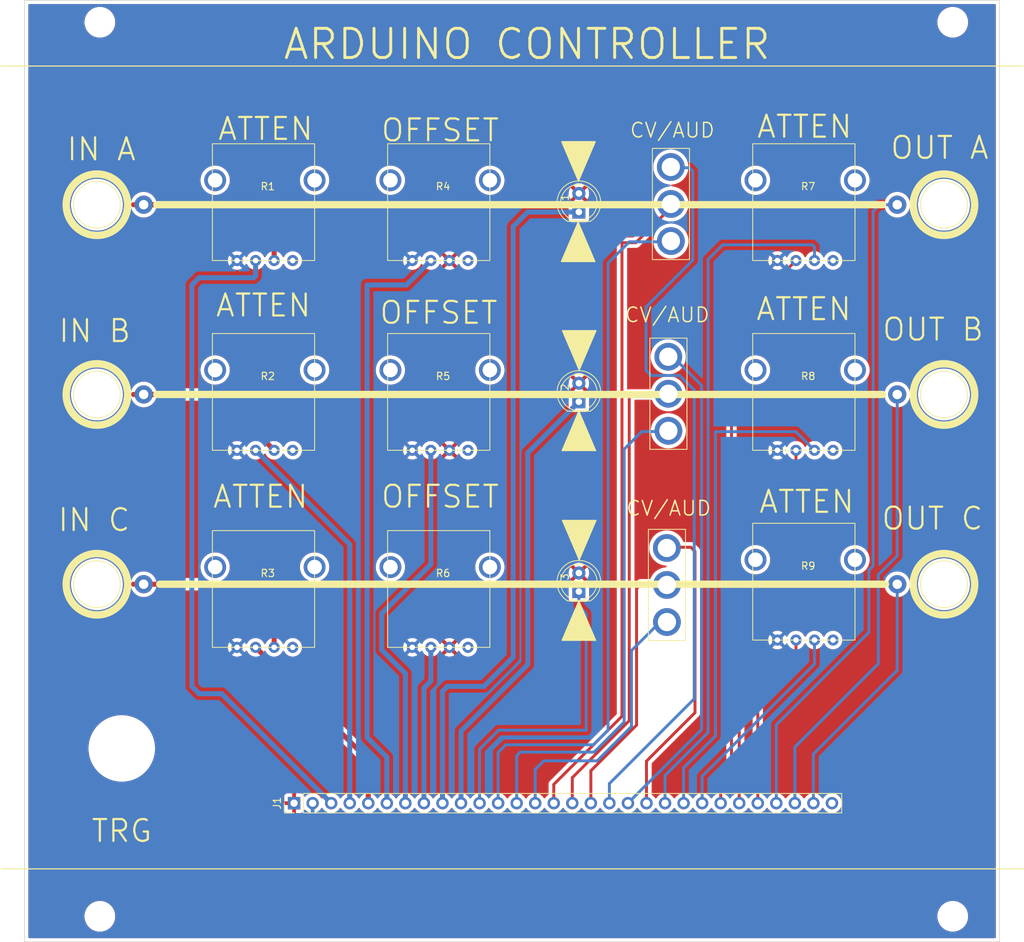
<source format=kicad_pcb>
(kicad_pcb (version 20221018) (generator pcbnew)
  (layers (0 "F.Cu" signal) (31 "B.Cu" signal) (34 "B.Paste" user) (35 "F.Paste" user) (36 "B.SilkS" user "B.Silkscreen") (37 "F.SilkS" user "F.Silkscreen") (38 "B.Mask" user) (39 "F.Mask" user) (44 "Edge.Cuts" user))
  (net 0 "")
  (net 1 "LED1")
  (net 2 "+12V")
  (net 3 "LED2")
  (net 4 "LED3")
  (net 5 "GND")
  (net 6 "ATTEN1")
  (net 7 "ATTEN2")
  (net 8 "ATTEN3")
  (net 9 "OFFSET1")
  (net 10 "OFFSET2")
  (net 11 "OFFSET3")
  (net 12 "SW-HP-1")
  (net 13 "SW-HP-2")
  (net 14 "SW-HP-3")
  (net 15 "SW-W-1")
  (net 16 "SW-W-2")
  (net 17 "SW-W-3")
  (net 18 "SW-LP-1")
  (net 19 "SW-LP-2")
  (net 20 "SW-LP-3")
  (net 21 "ATTEN-OUT-1")
  (net 22 "ATTEN-OUT-2")
  (net 23 "ATTEN-OUT-3")
  (net 24 "ATTEN-OUT-V-1")
  (net 25 "ATTEN-OUT-V-2")
  (net 26 "ATTEN-OUT-V-3")
  (net 27 "OUT1")
  (net 28 "OUT2")
  (net 29 "OUT3")
  (net 31 "Net-(R1-Pad3)")
  (net 35 "Net-(R2-Pad3)")
  (net 39 "Net-(R3-Pad3)")
  (footprint "Library:Switch" (layer "F.Cu") (at 153.7 100.1 90)
    (fp_text reference "U6" hide)
    (fp_text value "Switch")
    (fp_rect (start -7.62 -5.08) (end 7.62 0) (stroke (width 0.12)) (fill none) (layer "F.SilkS"))
    (pad "1" thru_hole circle (at -5.08 -2.54 90) (size 3.8 3.8) (drill 2.5) (layers "*.Cu" "*.Mask") (net 14 "SW-HP-3"))
    (pad "2" thru_hole circle (at 0 -2.54 90) (size 3.8 3.8) (drill 2.5) (layers "*.Cu" "*.Mask") (net 17 "SW-W-3"))
    (pad "3" thru_hole circle (at 5.068113 -2.556204 90) (size 3.8 3.8) (drill 2.5) (layers "*.Cu" "*.Mask") (net 20 "SW-LP-3"))
  )
  (footprint "" (layer "F.Cu") (at 76.5 122.5)
    (fp_text reference "" (at 0 0) (layer "F.SilkS") (effects (font (size 1.27 1.27))))
    (fp_text value "" (at 0 0) (layer "F.SilkS") (effects (font (size 1.27 1.27))))
    (pad "" np_thru_hole circle (at 0 0) (size 8.1 8.1) (drill 8.1) (layers "F&B.Cu" "*.Mask"))
  )
  (footprint "pretties:AlpsPot" (layer "F.Cu") (at 166.29 81.649)
    (fp_text reference "R8" (at 4.21 -10.149 unlocked) (layer "F.SilkS"))
    (fp_text value "AlpsPot")
    (fp_rect (start -3.38 -16) (end 10.62 0) (stroke (width 0.12)) (fill none) (layer "F.SilkS"))
    (pad "1" thru_hole circle (at 0 0) (size 1.524 1.524) (drill 0.762) (layers "*.Cu" "*.Mask") (net 5 "GND"))
    (pad "2" thru_hole circle (at 2.54 0) (size 1.524 1.524) (drill 0.762) (layers "*.Cu" "*.Mask") (net 25 "ATTEN-OUT-V-2"))
    (pad "3" thru_hole circle (at 5.08 0) (size 1.524 1.524) (drill 0.762) (layers "*.Cu" "*.Mask") (net 22 "ATTEN-OUT-2"))
    (pad "4" thru_hole circle (at 7.62 0) (size 1.524 1.524) (drill 0.762) (layers "*.Cu" "*.Mask"))
    (pad "5" thru_hole circle (at -3 -11) (size 3 3) (drill 2) (layers "*.Cu" "*.Mask"))
    (pad "6" thru_hole circle (at 10.62 -11) (size 3 3) (drill 2) (layers "*.Cu" "*.Mask"))
  )
  (footprint "pretties:AlpsPot" (layer "F.Cu") (at 166.29 107.649)
    (fp_text reference "R9" (at 4.21 -10.149 unlocked) (layer "F.SilkS"))
    (fp_text value "AlpsPot")
    (fp_rect (start -3.38 -16) (end 10.62 0) (stroke (width 0.12)) (fill none) (layer "F.SilkS"))
    (pad "1" thru_hole circle (at 0 0) (size 1.524 1.524) (drill 0.762) (layers "*.Cu" "*.Mask") (net 5 "GND"))
    (pad "2" thru_hole circle (at 2.54 0) (size 1.524 1.524) (drill 0.762) (layers "*.Cu" "*.Mask") (net 26 "ATTEN-OUT-V-3"))
    (pad "3" thru_hole circle (at 5.08 0) (size 1.524 1.524) (drill 0.762) (layers "*.Cu" "*.Mask") (net 23 "ATTEN-OUT-3"))
    (pad "4" thru_hole circle (at 7.62 0) (size 1.524 1.524) (drill 0.762) (layers "*.Cu" "*.Mask"))
    (pad "5" thru_hole circle (at -3 -11) (size 3 3) (drill 2) (layers "*.Cu" "*.Mask"))
    (pad "6" thru_hole circle (at 10.62 -11) (size 3 3) (drill 2) (layers "*.Cu" "*.Mask"))
  )
  (footprint "" (layer "F.Cu") (at 190.3 23)
    (fp_text reference "" (at 0 0) (layer "F.SilkS") (effects (font (size 1.27 1.27))))
    (fp_text value "" (at 0 0) (layer "F.SilkS") (effects (font (size 1.27 1.27))))
    (pad "" np_thru_hole circle (at 0 0) (size 3.2 3.2) (drill 3.2) (layers "*.Cu" "*.Mask"))
  )
  (footprint "pretties:AlpsPot" (layer "F.Cu") (at 116.29 108.649)
    (fp_text reference "R6" (at 4.21 -10.149 unlocked) (layer "F.SilkS"))
    (fp_text value "AlpsPot")
    (fp_rect (start -3.38 -16) (end 10.62 0) (stroke (width 0.12)) (fill none) (layer "F.SilkS"))
    (pad "1" thru_hole circle (at 0 0) (size 1.524 1.524) (drill 0.762) (layers "*.Cu" "*.Mask") (net 5 "GND"))
    (pad "2" thru_hole circle (at 2.54 0) (size 1.524 1.524) (drill 0.762) (layers "*.Cu" "*.Mask") (net 11 "OFFSET3"))
    (pad "3" thru_hole circle (at 5.08 0) (size 1.524 1.524) (drill 0.762) (layers "*.Cu" "*.Mask") (net 2 "+12V"))
    (pad "4" thru_hole circle (at 7.62 0) (size 1.524 1.524) (drill 0.762) (layers "*.Cu" "*.Mask"))
    (pad "5" thru_hole circle (at -3 -11) (size 3 3) (drill 2) (layers "*.Cu" "*.Mask"))
    (pad "6" thru_hole circle (at 10.62 -11) (size 3 3) (drill 2) (layers "*.Cu" "*.Mask"))
  )
  (footprint "Connector_PinHeader_2.54mm:PinHeader_1x30_P2.54mm_Vertical" (layer "F.Cu") (at 100.1 130 90)
    (fp_text reference "J1" (at 0 -2.33 90) (layer "F.SilkS"))
    (fp_text value "Conn_01x30_Male")
    (fp_line (start -1.33 -1.33) (end 0 -1.33) (stroke (width 0.12)) (layer "F.SilkS"))
    (fp_line (start -1.33 0) (end -1.33 -1.33) (stroke (width 0.12)) (layer "F.SilkS"))
    (fp_line (start -1.33 1.27) (end -1.33 74.99) (stroke (width 0.12)) (layer "F.SilkS"))
    (fp_line (start -1.33 1.27) (end 1.33 1.27) (stroke (width 0.12)) (layer "F.SilkS"))
    (fp_line (start -1.33 74.99) (end 1.33 74.99) (stroke (width 0.12)) (layer "F.SilkS"))
    (fp_line (start 1.33 1.27) (end 1.33 74.99) (stroke (width 0.12)) (layer "F.SilkS"))
    (pad "1" thru_hole rect (at 0 0 90) (size 1.7 1.7) (drill 1) (layers "*.Cu" "*.Mask") (net 2 "+12V"))
    (pad "2" thru_hole oval (at 0 2.54 90) (size 1.7 1.7) (drill 1) (layers "*.Cu" "*.Mask") (net 5 "GND"))
    (pad "3" thru_hole oval (at 0 5.08 90) (size 1.7 1.7) (drill 1) (layers "*.Cu" "*.Mask") (net 6 "ATTEN1"))
    (pad "4" thru_hole oval (at 0 7.62 90) (size 1.7 1.7) (drill 1) (layers "*.Cu" "*.Mask") (net 7 "ATTEN2"))
    (pad "5" thru_hole oval (at 0 10.16 90) (size 1.7 1.7) (drill 1) (layers "*.Cu" "*.Mask") (net 8 "ATTEN3"))
    (pad "6" thru_hole oval (at 0 12.7 90) (size 1.7 1.7) (drill 1) (layers "*.Cu" "*.Mask") (net 9 "OFFSET1"))
    (pad "7" thru_hole oval (at 0 15.24 90) (size 1.7 1.7) (drill 1) (layers "*.Cu" "*.Mask") (net 10 "OFFSET2"))
    (pad "8" thru_hole oval (at 0 17.78 90) (size 1.7 1.7) (drill 1) (layers "*.Cu" "*.Mask") (net 11 "OFFSET3"))
    (pad "9" thru_hole oval (at 0 20.32 90) (size 1.7 1.7) (drill 1) (layers "*.Cu" "*.Mask") (net 1 "LED1"))
    (pad "10" thru_hole oval (at 0 22.86 90) (size 1.7 1.7) (drill 1) (layers "*.Cu" "*.Mask") (net 3 "LED2"))
    (pad "11" thru_hole oval (at 0 25.4 90) (size 1.7 1.7) (drill 1) (layers "*.Cu" "*.Mask") (net 4 "LED3"))
    (pad "12" thru_hole oval (at 0 27.94 90) (size 1.7 1.7) (drill 1) (layers "*.Cu" "*.Mask") (net 12 "SW-HP-1"))
    (pad "13" thru_hole oval (at 0 30.48 90) (size 1.7 1.7) (drill 1) (layers "*.Cu" "*.Mask") (net 13 "SW-HP-2"))
    (pad "14" thru_hole oval (at 0 33.02 90) (size 1.7 1.7) (drill 1) (layers "*.Cu" "*.Mask") (net 14 "SW-HP-3"))
    (pad "15" thru_hole oval (at 0 35.56 90) (size 1.7 1.7) (drill 1) (layers "*.Cu" "*.Mask") (net 15 "SW-W-1"))
    (pad "16" thru_hole oval (at 0 38.1 90) (size 1.7 1.7) (drill 1) (layers "*.Cu" "*.Mask") (net 16 "SW-W-2"))
    (pad "17" thru_hole oval (at 0 40.64 90) (size 1.7 1.7) (drill 1) (layers "*.Cu" "*.Mask") (net 17 "SW-W-3"))
    (pad "18" thru_hole oval (at 0 43.18 90) (size 1.7 1.7) (drill 1) (layers "*.Cu" "*.Mask") (net 18 "SW-LP-1"))
    (pad "19" thru_hole oval (at 0 45.72 90) (size 1.7 1.7) (drill 1) (layers "*.Cu" "*.Mask") (net 19 "SW-LP-2"))
    (pad "20" thru_hole oval (at 0 48.26 90) (size 1.7 1.7) (drill 1) (layers "*.Cu" "*.Mask") (net 20 "SW-LP-3"))
    (pad "21" thru_hole oval (at 0 50.8 90) (size 1.7 1.7) (drill 1) (layers "*.Cu" "*.Mask") (net 21 "ATTEN-OUT-1"))
    (pad "22" thru_hole oval (at 0 53.34 90) (size 1.7 1.7) (drill 1) (layers "*.Cu" "*.Mask") (net 22 "ATTEN-OUT-2"))
    (pad "23" thru_hole oval (at 0 55.88 90) (size 1.7 1.7) (drill 1) (layers "*.Cu" "*.Mask") (net 23 "ATTEN-OUT-3"))
    (pad "24" thru_hole oval (at 0 58.42 90) (size 1.7 1.7) (drill 1) (layers "*.Cu" "*.Mask") (net 24 "ATTEN-OUT-V-1"))
    (pad "25" thru_hole oval (at 0 60.96 90) (size 1.7 1.7) (drill 1) (layers "*.Cu" "*.Mask") (net 25 "ATTEN-OUT-V-2"))
    (pad "26" thru_hole oval (at 0 63.5 90) (size 1.7 1.7) (drill 1) (layers "*.Cu" "*.Mask") (net 26 "ATTEN-OUT-V-3"))
    (pad "27" thru_hole oval (at 0 66.04 90) (size 1.7 1.7) (drill 1) (layers "*.Cu" "*.Mask") (net 27 "OUT1"))
    (pad "28" thru_hole oval (at 0 68.58 90) (size 1.7 1.7) (drill 1) (layers "*.Cu" "*.Mask") (net 28 "OUT2"))
    (pad "29" thru_hole oval (at 0 71.12 90) (size 1.7 1.7) (drill 1) (layers "*.Cu" "*.Mask") (net 29 "OUT3"))
    (pad "30" thru_hole oval (at 0 73.66 90) (size 1.7 1.7) (drill 1) (layers "*.Cu" "*.Mask"))
  )
  (footprint "LED_THT:LED_D5.0mm" (layer "F.Cu") (at 139.1 49 90)
    (fp_text reference "D1" (at 1.5 -1.9 90) (layer "F.SilkS"))
    (fp_text value "LED")
    (fp_line (start -1.29 -1.545) (end -1.29 1.545) (stroke (width 0.12)) (layer "F.SilkS"))
    (fp_arc (start -1.29 -1.54483) (mid 2.072002 -2.880433) (end 4.26 0.000462) (stroke (width 0.12)) (layer "F.SilkS"))
    (fp_arc (start 4.26 -0.000462) (mid 2.072002 2.880433) (end -1.29 1.54483) (stroke (width 0.12)) (layer "F.SilkS"))
    (fp_circle (center 1.27 0) (end 3.77 0) (stroke (width 0.12)) (fill none) (layer "F.SilkS"))
    (pad "1" thru_hole rect (at 0 0 90) (size 1.8 1.8) (drill 0.9) (layers "*.Cu" "*.Mask") (net 1 "LED1"))
    (pad "2" thru_hole circle (at 2.54 0 90) (size 1.8 1.8) (drill 0.9) (layers "*.Cu" "*.Mask") (net 2 "+12V"))
  )
  (footprint "Library:aux_flush" (layer "F.Cu") (at 73.1 74 180)
    (fp_text reference "U2" hide)
    (fp_text value "Aux")
    (fp_circle (center 0 0) (end 3.2 0.1) (stroke (width 0.12)) (fill none) (layer "F.SilkS"))
    (fp_circle (center 0 0) (end 4.2 0.3) (stroke (width 1)) (fill none) (layer "F.SilkS"))
    (pad "" np_thru_hole circle (at 0 0 180) (size 6.1 6.1) (drill 6.1) (layers "F&B.Cu" "*.Mask"))
    (pad "1" thru_hole circle (at -6.4 0 180) (size 2.5 2.5) (drill 1.3) (layers "*.Cu" "*.Mask") (net 35 "Net-(R2-Pad3)"))
  )
  (footprint "Library:Switch" (layer "F.Cu") (at 153.9 73.9 90)
    (fp_text reference "U5" hide)
    (fp_text value "Switch")
    (fp_rect (start -7.62 -5.08) (end 7.62 0) (stroke (width 0.12)) (fill none) (layer "F.SilkS"))
    (pad "1" thru_hole circle (at -5.08 -2.54 90) (size 3.8 3.8) (drill 2.5) (layers "*.Cu" "*.Mask") (net 13 "SW-HP-2"))
    (pad "2" thru_hole circle (at 0 -2.54 90) (size 3.8 3.8) (drill 2.5) (layers "*.Cu" "*.Mask") (net 16 "SW-W-2"))
    (pad "3" thru_hole circle (at 5.068113 -2.556204 90) (size 3.8 3.8) (drill 2.5) (layers "*.Cu" "*.Mask") (net 19 "SW-LP-2"))
  )
  (footprint "pretties:AlpsPot" (layer "F.Cu") (at 92.29 81.649)
    (fp_text reference "R2" (at 4.21 -10.149 unlocked) (layer "F.SilkS"))
    (fp_text value "AlpsPot")
    (fp_rect (start -3.38 -16) (end 10.62 0) (stroke (width 0.12)) (fill none) (layer "F.SilkS"))
    (pad "1" thru_hole circle (at 0 0) (size 1.524 1.524) (drill 0.762) (layers "*.Cu" "*.Mask") (net 5 "GND"))
    (pad "2" thru_hole circle (at 2.54 0) (size 1.524 1.524) (drill 0.762) (layers "*.Cu" "*.Mask") (net 7 "ATTEN2"))
    (pad "3" thru_hole circle (at 5.08 0) (size 1.524 1.524) (drill 0.762) (layers "*.Cu" "*.Mask") (net 35 "Net-(R2-Pad3)"))
    (pad "4" thru_hole circle (at 7.62 0) (size 1.524 1.524) (drill 0.762) (layers "*.Cu" "*.Mask"))
    (pad "5" thru_hole circle (at -3 -11) (size 3 3) (drill 2) (layers "*.Cu" "*.Mask"))
    (pad "6" thru_hole circle (at 10.62 -11) (size 3 3) (drill 2) (layers "*.Cu" "*.Mask"))
  )
  (footprint "pretties:AlpsPot" (layer "F.Cu") (at 116.29 81.649)
    (fp_text reference "R5" (at 4.21 -10.149 unlocked) (layer "F.SilkS"))
    (fp_text value "AlpsPot")
    (fp_rect (start -3.38 -16) (end 10.62 0) (stroke (width 0.12)) (fill none) (layer "F.SilkS"))
    (pad "1" thru_hole circle (at 0 0) (size 1.524 1.524) (drill 0.762) (layers "*.Cu" "*.Mask") (net 5 "GND"))
    (pad "2" thru_hole circle (at 2.54 0) (size 1.524 1.524) (drill 0.762) (layers "*.Cu" "*.Mask") (net 10 "OFFSET2"))
    (pad "3" thru_hole circle (at 5.08 0) (size 1.524 1.524) (drill 0.762) (layers "*.Cu" "*.Mask") (net 2 "+12V"))
    (pad "4" thru_hole circle (at 7.62 0) (size 1.524 1.524) (drill 0.762) (layers "*.Cu" "*.Mask"))
    (pad "5" thru_hole circle (at -3 -11) (size 3 3) (drill 2) (layers "*.Cu" "*.Mask"))
    (pad "6" thru_hole circle (at 10.62 -11) (size 3 3) (drill 2) (layers "*.Cu" "*.Mask"))
  )
  (footprint "Library:Switch" (layer "F.Cu") (at 154.245 47.9 90)
    (fp_text reference "U4" hide)
    (fp_text value "Switch")
    (fp_rect (start -7.62 -5.08) (end 7.62 0) (stroke (width 0.12)) (fill none) (layer "F.SilkS"))
    (pad "1" thru_hole circle (at -5.08 -2.54 90) (size 3.8 3.8) (drill 2.5) (layers "*.Cu" "*.Mask") (net 12 "SW-HP-1"))
    (pad "2" thru_hole circle (at 0 -2.54 90) (size 3.8 3.8) (drill 2.5) (layers "*.Cu" "*.Mask") (net 15 "SW-W-1"))
    (pad "3" thru_hole circle (at 5.068113 -2.556204 90) (size 3.8 3.8) (drill 2.5) (layers "*.Cu" "*.Mask") (net 18 "SW-LP-1"))
  )
  (footprint "pretties:AlpsPot" (layer "F.Cu") (at 92.29 108.649)
    (fp_text reference "R3" (at 4.21 -10.149 unlocked) (layer "F.SilkS"))
    (fp_text value "AlpsPot")
    (fp_rect (start -3.38 -16) (end 10.62 0) (stroke (width 0.12)) (fill none) (layer "F.SilkS"))
    (pad "1" thru_hole circle (at 0 0) (size 1.524 1.524) (drill 0.762) (layers "*.Cu" "*.Mask") (net 5 "GND"))
    (pad "2" thru_hole circle (at 2.54 0) (size 1.524 1.524) (drill 0.762) (layers "*.Cu" "*.Mask") (net 8 "ATTEN3"))
    (pad "3" thru_hole circle (at 5.08 0) (size 1.524 1.524) (drill 0.762) (layers "*.Cu" "*.Mask") (net 39 "Net-(R3-Pad3)"))
    (pad "4" thru_hole circle (at 7.62 0) (size 1.524 1.524) (drill 0.762) (layers "*.Cu" "*.Mask"))
    (pad "5" thru_hole circle (at -3 -11) (size 3 3) (drill 2) (layers "*.Cu" "*.Mask"))
    (pad "6" thru_hole circle (at 10.62 -11) (size 3 3) (drill 2) (layers "*.Cu" "*.Mask"))
  )
  (footprint "Library:aux_flush" (layer "F.Cu") (at 189.1 48)
    (fp_text reference "U7" hide)
    (fp_text value "Aux")
    (fp_circle (center 0 0) (end 3.2 0.1) (stroke (width 0.12)) (fill none) (layer "F.SilkS"))
    (fp_circle (center 0 0) (end 4.2 0.3) (stroke (width 1)) (fill none) (layer "F.SilkS"))
    (pad "" np_thru_hole circle (at 0 0) (size 6.1 6.1) (drill 6.1) (layers "F&B.Cu" "*.Mask"))
    (pad "1" thru_hole circle (at -6.4 0) (size 2.5 2.5) (drill 1.3) (layers "*.Cu" "*.Mask") (net 27 "OUT1"))
  )
  (footprint "LED_THT:LED_D5.0mm" (layer "F.Cu") (at 139.1 75 90)
    (fp_text reference "D2" (at 1.5 -1.9 90) (layer "F.SilkS"))
    (fp_text value "LED")
    (fp_line (start -1.29 -1.545) (end -1.29 1.545) (stroke (width 0.12)) (layer "F.SilkS"))
    (fp_arc (start -1.29 -1.54483) (mid 2.072002 -2.880433) (end 4.26 0.000462) (stroke (width 0.12)) (layer "F.SilkS"))
    (fp_arc (start 4.26 -0.000462) (mid 2.072002 2.880433) (end -1.29 1.54483) (stroke (width 0.12)) (layer "F.SilkS"))
    (fp_circle (center 1.27 0) (end 3.77 0) (stroke (width 0.12)) (fill none) (layer "F.SilkS"))
    (pad "1" thru_hole rect (at 0 0 90) (size 1.8 1.8) (drill 0.9) (layers "*.Cu" "*.Mask") (net 3 "LED2"))
    (pad "2" thru_hole circle (at 2.54 0 90) (size 1.8 1.8) (drill 0.9) (layers "*.Cu" "*.Mask") (net 2 "+12V"))
  )
  (footprint "Library:aux_flush" (layer "F.Cu") (at 189.1 100)
    (fp_text reference "U9" hide)
    (fp_text value "Aux")
    (fp_circle (center 0 0) (end 3.2 0.1) (stroke (width 0.12)) (fill none) (layer "F.SilkS"))
    (fp_circle (center 0 0) (end 4.2 0.3) (stroke (width 1)) (fill none) (layer "F.SilkS"))
    (pad "" np_thru_hole circle (at 0 0) (size 6.1 6.1) (drill 6.1) (layers "F&B.Cu" "*.Mask"))
    (pad "1" thru_hole circle (at -6.4 0) (size 2.5 2.5) (drill 1.3) (layers "*.Cu" "*.Mask") (net 29 "OUT3"))
  )
  (footprint "" (layer "F.Cu") (at 73.5 145.5)
    (fp_text reference "" (at 0 0) (layer "F.SilkS") (effects (font (size 1.27 1.27))))
    (fp_text value "" (at 0 0) (layer "F.SilkS") (effects (font (size 1.27 1.27))))
    (pad "" np_thru_hole circle (at 0 0) (size 3.2 3.2) (drill 3.2) (layers "*.Cu" "*.Mask"))
  )
  (footprint "pretties:AlpsPot" (layer "F.Cu") (at 116.29 55.649)
    (fp_text reference "R4" (at 4.21 -10.149 unlocked) (layer "F.SilkS"))
    (fp_text value "AlpsPot")
    (fp_rect (start -3.38 -16) (end 10.62 0) (stroke (width 0.12)) (fill none) (layer "F.SilkS"))
    (pad "1" thru_hole circle (at 0 0) (size 1.524 1.524) (drill 0.762) (layers "*.Cu" "*.Mask") (net 5 "GND"))
    (pad "2" thru_hole circle (at 2.54 0) (size 1.524 1.524) (drill 0.762) (layers "*.Cu" "*.Mask") (net 9 "OFFSET1"))
    (pad "3" thru_hole circle (at 5.08 0) (size 1.524 1.524) (drill 0.762) (layers "*.Cu" "*.Mask") (net 2 "+12V"))
    (pad "4" thru_hole circle (at 7.62 0) (size 1.524 1.524) (drill 0.762) (layers "*.Cu" "*.Mask"))
    (pad "5" thru_hole circle (at -3 -11) (size 3 3) (drill 2) (layers "*.Cu" "*.Mask"))
    (pad "6" thru_hole circle (at 10.62 -11) (size 3 3) (drill 2) (layers "*.Cu" "*.Mask"))
  )
  (footprint "pretties:AlpsPot" (layer "F.Cu") (at 166.29 55.649)
    (fp_text reference "R7" (at 4.21 -10.149 unlocked) (layer "F.SilkS"))
    (fp_text value "AlpsPot")
    (fp_rect (start -3.38 -16) (end 10.62 0) (stroke (width 0.12)) (fill none) (layer "F.SilkS"))
    (pad "1" thru_hole circle (at 0 0) (size 1.524 1.524) (drill 0.762) (layers "*.Cu" "*.Mask") (net 5 "GND"))
    (pad "2" thru_hole circle (at 2.54 0) (size 1.524 1.524) (drill 0.762) (layers "*.Cu" "*.Mask") (net 24 "ATTEN-OUT-V-1"))
    (pad "3" thru_hole circle (at 5.08 0) (size 1.524 1.524) (drill 0.762) (layers "*.Cu" "*.Mask") (net 21 "ATTEN-OUT-1"))
    (pad "4" thru_hole circle (at 7.62 0) (size 1.524 1.524) (drill 0.762) (layers "*.Cu" "*.Mask"))
    (pad "5" thru_hole circle (at -3 -11) (size 3 3) (drill 2) (layers "*.Cu" "*.Mask"))
    (pad "6" thru_hole circle (at 10.62 -11) (size 3 3) (drill 2) (layers "*.Cu" "*.Mask"))
  )
  (footprint "" (layer "F.Cu") (at 190.3 145.5)
    (fp_text reference "" (at 0 0) (layer "F.SilkS") (effects (font (size 1.27 1.27))))
    (fp_text value "" (at 0 0) (layer "F.SilkS") (effects (font (size 1.27 1.27))))
    (pad "" np_thru_hole circle (at 0 0) (size 3.2 3.2) (drill 3.2) (layers "*.Cu" "*.Mask"))
  )
  (footprint "Library:aux_flush" (layer "F.Cu") (at 189.1 74)
    (fp_text reference "U8" hide)
    (fp_text value "Aux")
    (fp_circle (center 0 0) (end 3.2 0.1) (stroke (width 0.12)) (fill none) (layer "F.SilkS"))
    (fp_circle (center 0 0) (end 4.2 0.3) (stroke (width 1)) (fill none) (layer "F.SilkS"))
    (pad "" np_thru_hole circle (at 0 0) (size 6.1 6.1) (drill 6.1) (layers "F&B.Cu" "*.Mask"))
    (pad "1" thru_hole circle (at -6.4 0) (size 2.5 2.5) (drill 1.3) (layers "*.Cu" "*.Mask") (net 28 "OUT2"))
  )
  (footprint "" (layer "F.Cu") (at 73.5 23)
    (fp_text reference "" (at 0 0) (layer "F.SilkS") (effects (font (size 1.27 1.27))))
    (fp_text value "" (at 0 0) (layer "F.SilkS") (effects (font (size 1.27 1.27))))
    (pad "" np_thru_hole circle (at 0 0) (size 3.2 3.2) (drill 3.2) (layers "*.Cu" "*.Mask"))
  )
  (footprint "Library:aux_flush" (layer "F.Cu") (at 73.1 48 180)
    (fp_text reference "U1" hide)
    (fp_text value "Aux")
    (fp_circle (center 0 0) (end 3.2 0.1) (stroke (width 0.12)) (fill none) (layer "F.SilkS"))
    (fp_circle (center 0 0) (end 4.2 0.3) (stroke (width 1)) (fill none) (layer "F.SilkS"))
    (pad "" np_thru_hole circle (at 0 0 180) (size 6.1 6.1) (drill 6.1) (layers "F&B.Cu" "*.Mask"))
    (pad "1" thru_hole circle (at -6.4 0 180) (size 2.5 2.5) (drill 1.3) (layers "*.Cu" "*.Mask") (net 31 "Net-(R1-Pad3)"))
  )
  (footprint "pretties:AlpsPot" (layer "F.Cu") (at 92.29 55.649)
    (fp_text reference "R1" (at 4.21 -10.149 unlocked) (layer "F.SilkS"))
    (fp_text value "AlpsPot")
    (fp_rect (start -3.38 -16) (end 10.62 0) (stroke (width 0.12)) (fill none) (layer "F.SilkS"))
    (pad "1" thru_hole circle (at 0 0) (size 1.524 1.524) (drill 0.762) (layers "*.Cu" "*.Mask") (net 5 "GND"))
    (pad "2" thru_hole circle (at 2.54 0) (size 1.524 1.524) (drill 0.762) (layers "*.Cu" "*.Mask") (net 6 "ATTEN1"))
    (pad "3" thru_hole circle (at 5.08 0) (size 1.524 1.524) (drill 0.762) (layers "*.Cu" "*.Mask") (net 31 "Net-(R1-Pad3)"))
    (pad "4" thru_hole circle (at 7.62 0) (size 1.524 1.524) (drill 0.762) (layers "*.Cu" "*.Mask"))
    (pad "5" thru_hole circle (at -3 -11) (size 3 3) (drill 2) (layers "*.Cu" "*.Mask"))
    (pad "6" thru_hole circle (at 10.62 -11) (size 3 3) (drill 2) (layers "*.Cu" "*.Mask"))
  )
  (footprint "LED_THT:LED_D5.0mm" (layer "F.Cu") (at 139.1 101 90)
    (fp_text reference "D3" (at 1.5 -1.9 90) (layer "F.SilkS"))
    (fp_text value "LED")
    (fp_line (start -1.29 -1.545) (end -1.29 1.545) (stroke (width 0.12)) (layer "F.SilkS"))
    (fp_arc (start -1.29 -1.54483) (mid 2.072002 -2.880433) (end 4.26 0.000462) (stroke (width 0.12)) (layer "F.SilkS"))
    (fp_arc (start 4.26 -0.000462) (mid 2.072002 2.880433) (end -1.29 1.54483) (stroke (width 0.12)) (layer "F.SilkS"))
    (fp_circle (center 1.27 0) (end 3.77 0) (stroke (width 0.12)) (fill none) (layer "F.SilkS"))
    (pad "1" thru_hole rect (at 0 0 90) (size 1.8 1.8) (drill 0.9) (layers "*.Cu" "*.Mask") (net 4 "LED3"))
    (pad "2" thru_hole circle (at 2.54 0 90) (size 1.8 1.8) (drill 0.9) (layers "*.Cu" "*.Mask") (net 2 "+12V"))
  )
  (footprint "Library:aux_flush" (layer "F.Cu") (at 73.1 100 180)
    (fp_text reference "U3" hide)
    (fp_text value "Aux")
    (fp_circle (center 0 0) (end 3.2 0.1) (stroke (width 0.12)) (fill none) (layer "F.SilkS"))
    (fp_circle (center 0 0) (end 4.2 0.3) (stroke (width 1)) (fill none) (layer "F.SilkS"))
    (pad "" np_thru_hole circle (at 0 0 180) (size 6.1 6.1) (drill 6.1) (layers "F&B.Cu" "*.Mask"))
    (pad "1" thru_hole circle (at -6.4 0 180) (size 2.5 2.5) (drill 1.3) (layers "*.Cu" "*.Mask") (net 39 "Net-(R3-Pad3)"))
  )
  (gr_poly (pts (xy 136.84685 65.255918) (xy 141.44685 65.255918) (xy 139.14685 70.655918)) (stroke (width 0.15)) (fill solid) (layer "F.SilkS"))
  (gr_poly (pts (xy 141.4 107.69) (xy 136.8 107.69) (xy 139.1 102.29)) (stroke (width 0.15)) (fill solid) (layer "F.SilkS"))
  (gr_line (start 60 139) (end 200 139) (stroke (width 0.15)) (layer "F.SilkS"))
  (gr_line (start 59.9 29) (end 199.9 29) (stroke (width 0.15)) (layer "F.SilkS"))
  (gr_line (start 81.7 100) (end 181.1 100) (stroke (width 1)) (layer "F.SilkS"))
  (gr_poly (pts (xy 141.4 81.69) (xy 136.8 81.69) (xy 139.1 76.29)) (stroke (width 0.15)) (fill solid) (layer "F.SilkS"))
  (gr_poly (pts (xy 136.84685 91.255918) (xy 141.44685 91.255918) (xy 139.14685 96.655918)) (stroke (width 0.15)) (fill solid) (layer "F.SilkS"))
  (gr_line (start 81.3 48) (end 180.7 48) (stroke (width 1)) (layer "F.SilkS"))
  (gr_poly (pts (xy 141.3 55.791905) (xy 136.7 55.791905) (xy 139 50.391905)) (stroke (width 0.15)) (fill solid) (layer "F.SilkS"))
  (gr_line (start 81.3 74) (end 180.7 74) (stroke (width 1)) (layer "F.SilkS"))
  (gr_poly (pts (xy 136.74685 39.357823) (xy 141.34685 39.357823) (xy 139.04685 44.757823)) (stroke (width 0.15)) (fill solid) (layer "F.SilkS"))
  (gr_rect (start 63.2 20) (end 196.7 149) (stroke (width 0.1)) (fill none) (layer "Edge.Cuts"))
  (gr_text "OUT C" (at 187.5 91) (layer "F.SilkS") (effects (font (size 3 3) (thickness 0.3))))
  (gr_text "OFFSET" (at 119.9 62.8) (layer "F.SilkS") (effects (font (size 3 3) (thickness 0.3))))
  (gr_text "ATTEN" (at 95.9 61.8) (layer "F.SilkS") (effects (font (size 3 3) (thickness 0.3))))
  (gr_text "OUT A" (at 188.5 40.2) (layer "F.SilkS") (effects (font (size 3 3) (thickness 0.3))))
  (gr_text "CV/AUD" (at 151.9 37.8) (layer "F.SilkS") (effects (font (size 2 2) (thickness 0.2))))
  (gr_text "IN B" (at 72.8 65.3) (layer "F.SilkS") (effects (font (size 3 3) (thickness 0.3))))
  (gr_text "ARDUINO CONTROLLER" (at 132 26) (layer "F.SilkS") (effects (font (size 4 4) (thickness 0.4))))
  (gr_text "ATTEN" (at 170 37.3) (layer "F.SilkS") (effects (font (size 3 3) (thickness 0.3))))
  (gr_text "ATTEN" (at 95.5 88) (layer "F.SilkS") (effects (font (size 3 3) (thickness 0.3))))
  (gr_text "ATTEN" (at 170.3 88.7) (layer "F.SilkS") (effects (font (size 3 3) (thickness 0.3))))
  (gr_text "CV/AUD" (at 151.2 63.1) (layer "F.SilkS") (effects (font (size 2 2) (thickness 0.2))))
  (gr_text "CV/AUD" (at 151.4 89.6) (layer "F.SilkS") (effects (font (size 2 2) (thickness 0.2))))
  (gr_text "TRG" (at 76.5 133.8) (layer "F.SilkS") (effects (font (size 3 3) (thickness 0.3))))
  (gr_text "OUT B" (at 187.6 65.1) (layer "F.SilkS") (effects (font (size 3 3) (thickness 0.3))))
  (gr_text "ATTEN" (at 96.2 37.6) (layer "F.SilkS") (effects (font (size 3 3) (thickness 0.3))))
  (gr_text "ATTEN" (at 169.9 62.3) (layer "F.SilkS") (effects (font (size 3 3) (thickness 0.3))))
  (gr_text "OFFSET" (at 120.1 88) (layer "F.SilkS") (effects (font (size 3 3) (thickness 0.3))))
  (gr_text "IN A" (at 73.7 40.4) (layer "F.SilkS") (effects (font (size 3 3) (thickness 0.3))))
  (gr_text "IN C" (at 72.7 91.2) (layer "F.SilkS") (effects (font (size 3 3) (thickness 0.3))))
  (gr_text "OFFSET" (at 120.1 37.8) (layer "F.SilkS") (effects (font (size 3 3) (thickness 0.3))))
  (segment (start 121.1 114) (end 120.42 114.68) (width 0.69) (layer "B.Cu") (net 1))
  (segment (start 130.1 51) (end 130.1 110) (width 0.69) (layer "B.Cu") (net 1))
  (segment (start 120.42 114.68) (end 120.42 130) (width 0.69) (layer "B.Cu") (net 1))
  (segment (start 130.1 110) (end 126.1 114) (width 0.69) (layer "B.Cu") (net 1))
  (segment (start 132.1 49) (end 130.1 51) (width 0.69) (layer "B.Cu") (net 1))
  (segment (start 139.1 49) (end 132.1 49) (width 0.69) (layer "B.Cu") (net 1))
  (segment (start 126.1 114) (end 121.1 114) (width 0.69) (layer "B.Cu") (net 1))
  (segment (start 122.96 120.14) (end 122.96 130) (width 0.69) (layer "B.Cu") (net 3))
  (segment (start 132.1 111) (end 122.96 120.14) (width 0.69) (layer "B.Cu") (net 3))
  (segment (start 139.1 75) (end 132.1 82) (width 0.69) (layer "B.Cu") (net 3))
  (segment (start 132.1 82) (end 132.1 111) (width 0.69) (layer "B.Cu") (net 3))
  (segment (start 140.1 104) (end 139.1 103) (width 0.4) (layer "B.Cu") (net 4))
  (segment (start 125.5 122.6) (end 128.1 120) (width 0.4) (layer "B.Cu") (net 4))
  (segment (start 125.5 130) (end 125.5 122.6) (width 0.4) (layer "B.Cu") (net 4))
  (segment (start 128.1 120) (end 140.1 120) (width 0.4) (layer "B.Cu") (net 4))
  (segment (start 140.1 120) (end 140.1 104) (width 0.4) (layer "B.Cu") (net 4))
  (segment (start 139.1 103) (end 139.1 101) (width 0.4) (layer "B.Cu") (net 4))
  (segment (start 90.18 115) (end 87.1 115) (width 0.69) (layer "B.Cu") (net 6))
  (segment (start 86.1 114) (end 86.1 59) (width 0.69) (layer "B.Cu") (net 6))
  (segment (start 94.83 57.73) (end 94.56 58) (width 0.69) (layer "B.Cu") (net 6))
  (segment (start 105.18 130) (end 90.18 115) (width 0.69) (layer "B.Cu") (net 6))
  (segment (start 94.56 58) (end 87.1 58) (width 0.69) (layer "B.Cu") (net 6))
  (segment (start 86.1 59) (end 87.1 58) (width 0.69) (layer "B.Cu") (net 6))
  (segment (start 94.83 57.73) (end 94.83 55.649) (width 0.69) (layer "B.Cu") (net 6))
  (segment (start 87.1 115) (end 86.1 114) (width 0.69) (layer "B.Cu") (net 6))
  (segment (start 107.72 130) (end 107.72 94.539) (width 0.69) (layer "B.Cu") (net 7))
  (segment (start 107.72 94.539) (end 94.83 81.649) (width 0.69) (layer "B.Cu") (net 7))
  (segment (start 110.26 124.079) (end 94.83 108.649) (width 0.69) (layer "F.Cu") (net 8))
  (segment (start 110.26 130) (end 110.26 124.079) (width 0.69) (layer "F.Cu") (net 8))
  (segment (start 112.8 123.7) (end 112.8 130) (width 0.69) (layer "B.Cu") (net 9))
  (segment (start 118.83 55.649) (end 115.479 59) (width 0.69) (layer "B.Cu") (net 9))
  (segment (start 115.479 59) (end 110.1 59) (width 0.69) (layer "B.Cu") (net 9))
  (segment (start 110.1 121) (end 112.8 123.7) (width 0.69) (layer "B.Cu") (net 9))
  (segment (start 110.1 59) (end 110.1 121) (width 0.69) (layer "B.Cu") (net 9))
  (segment (start 115.34 130) (end 115.34 112.24) (width 0.69) (layer "B.Cu") (net 10))
  (segment (start 118.83 97.27) (end 118.83 81.649) (width 0.69) (layer "B.Cu") (net 10))
  (segment (start 112.1 109) (end 112.1 104) (width 0.69) (layer "B.Cu") (net 10))
  (segment (start 112.1 104) (end 118.83 97.27) (width 0.69) (layer "B.Cu") (net 10))
  (segment (start 115.34 112.24) (end 112.1 109) (width 0.69) (layer "B.Cu") (net 10))
  (segment (start 117.88 130) (end 117.88 114.22) (width 0.69) (layer "B.Cu") (net 11))
  (segment (start 118.83 113.27) (end 118.83 108.649) (width 0.69) (layer "B.Cu") (net 11))
  (segment (start 117.88 114.22) (end 118.83 113.27) (width 0.69) (layer "B.Cu") (net 11))
  (segment (start 128.04 123.06) (end 129.1 122) (width 0.4) (layer "B.Cu") (net 12))
  (segment (start 146.02 53.08) (end 152.1 53.08) (width 0.4) (layer "B.Cu") (net 12))
  (segment (start 128.04 130) (end 128.04 123.06) (width 0.4) (layer "B.Cu") (net 12))
  (segment (start 141.1 122) (end 143.1 120) (width 0.4) (layer "B.Cu") (net 12))
  (segment (start 129.1 122) (end 141.1 122) (width 0.4) (layer "B.Cu") (net 12))
  (segment (start 143.1 56) (end 146.02 53.08) (width 0.4) (layer "B.Cu") (net 12))
  (segment (start 143.1 120) (end 143.1 56) (width 0.4) (layer "B.Cu") (net 12))
  (segment (start 147.72 79.08) (end 152.1 79.08) (width 0.4) (layer "B.Cu") (net 13))
  (segment (start 145.3 81.5) (end 147.72 79.08) (width 0.4) (layer "B.Cu") (net 13))
  (segment (start 131.1 123) (end 141.2 123) (width 0.4) (layer "B.Cu") (net 13))
  (segment (start 130.58 130) (end 130.58 123.52) (width 0.4) (layer "B.Cu") (net 13))
  (segment (start 141.2 123) (end 145.3 118.9) (width 0.4) (layer "B.Cu") (net 13))
  (segment (start 130.58 123.52) (end 131.1 123) (width 0.4) (layer "B.Cu") (net 13))
  (segment (start 145.3 118.9) (end 145.3 81.5) (width 0.4) (layer "B.Cu") (net 13))
  (segment (start 146.3 119.5) (end 146.3 109.1) (width 0.4) (layer "B.Cu") (net 14))
  (segment (start 150.2 105.2) (end 151.98 105.2) (width 0.4) (layer "B.Cu") (net 14))
  (segment (start 134.3 124.2) (end 141.6 124.2) (width 0.4) (layer "B.Cu") (net 14))
  (segment (start 151.98 105.2) (end 152.1 105.08) (width 0.4) (layer "B.Cu") (net 14))
  (segment (start 133.12 130) (end 133.12 125.38) (width 0.4) (layer "B.Cu") (net 14))
  (segment (start 133.12 125.38) (end 134.3 124.2) (width 0.4) (layer "B.Cu") (net 14))
  (segment (start 141.6 124.2) (end 146.3 119.5) (width 0.4) (layer "B.Cu") (net 14))
  (segment (start 146.3 109.1) (end 150.2 105.2) (width 0.4) (layer "B.Cu") (net 14))
  (segment (start 135.66 127.44) (end 145 118.1) (width 0.4) (layer "F.Cu") (net 15))
  (segment (start 146.9 53.2) (end 152.1 48) (width 0.4) (layer "F.Cu") (net 15))
  (segment (start 145 53.2) (end 146.9 53.2) (width 0.4) (layer "F.Cu") (net 15))
  (segment (start 135.66 130) (end 135.66 127.44) (width 0.4) (layer "F.Cu") (net 15))
  (segment (start 145 118.1) (end 145 53.2) (width 0.4) (layer "F.Cu") (net 15))
  (segment (start 146 118.7) (end 146 74.1) (width 0.4) (layer "F.Cu") (net 16))
  (segment (start 146.1 74) (end 152.1 74) (width 0.4) (layer "F.Cu") (net 16))
  (segment (start 138.2 126.5) (end 146 118.7) (width 0.4) (layer "F.Cu") (net 16))
  (segment (start 138.2 130) (end 138.2 126.5) (width 0.4) (layer "F.Cu") (net 16))
  (segment (start 146 74.1) (end 146.1 74) (width 0.4) (layer "F.Cu") (net 16))
  (segment (start 147.6 100) (end 147 100.6) (width 0.4) (layer "F.Cu") (net 17))
  (segment (start 147 119.3) (end 140.74 125.56) (width 0.4) (layer "F.Cu") (net 17))
  (segment (start 140.74 125.56) (end 140.74 130) (width 0.4) (layer "F.Cu") (net 17))
  (segment (start 147 100.6) (end 147 119.3) (width 0.4) (layer "F.Cu") (net 17))
  (segment (start 152.1 100) (end 147.6 100) (width 0.4) (layer "F.Cu") (net 17))
  (segment (start 152.9 71.4) (end 149 71.4) (width 0.4) (layer "B.Cu") (net 18))
  (segment (start 148.3 62) (end 154.7 55.6) (width 0.4) (layer "B.Cu") (net 18))
  (segment (start 149 71.4) (end 148.3 70.7) (width 0.4) (layer "B.Cu") (net 18))
  (segment (start 154.9 73.4) (end 152.9 71.4) (width 0.4) (layer "B.Cu") (net 18))
  (segment (start 154.7 55.6) (end 154.7 43.4) (width 0.4) (layer "B.Cu") (net 18))
  (segment (start 143.28 130) (end 143.28 127.32) (width 0.4) (layer "B.Cu") (net 18))
  (segment (start 154.7 43.4) (end 154.231887 42.931887) (width 0.4) (layer "B.Cu") (net 18))
  (segment (start 143.28 127.32) (end 154.9 115.7) (width 0.4) (layer "B.Cu") (net 18))
  (segment (start 154.231887 42.931887) (end 152.083796 42.931887) (width 0.4) (layer "B.Cu") (net 18))
  (segment (start 148.3 70.7) (end 148.3 62) (width 0.4) (layer "B.Cu") (net 18))
  (segment (start 154.9 115.7) (end 154.9 73.4) (width 0.4) (layer "B.Cu") (net 18))
  (segment (start 145.82 130) (end 155.9 119.92) (width 0.4) (layer "B.Cu") (net 19))
  (segment (start 155.9 72.748091) (end 152.083796 68.931887) (width 0.4) (layer "B.Cu") (net 19))
  (segment (start 155.9 119.92) (end 155.9 72.748091) (width 0.4) (layer "B.Cu") (net 19))
  (segment (start 152.083796 94.931887) (end 154.431887 94.931887) (width 0.4) (layer "F.Cu") (net 20))
  (segment (start 154.431887 94.931887) (end 155 95.5) (width 0.4) (layer "F.Cu") (net 20))
  (segment (start 148.36 124.24) (end 148.36 130) (width 0.4) (layer "F.Cu") (net 20))
  (segment (start 155 117.6) (end 148.36 124.24) (width 0.4) (layer "F.Cu") (net 20))
  (segment (start 155 95.5) (end 155 117.6) (width 0.4) (layer "F.Cu") (net 20))
  (segment (start 158.8 53.5) (end 156.8 55.5) (width 0.4) (layer "B.Cu") (net 21))
  (segment (start 156.8 55.5) (end 156.8 120.3) (width 0.4) (layer "B.Cu") (net 21))
  (segment (start 171.1 53.5) (end 158.8 53.5) (width 0.4) (layer "B.Cu") (net 21))
  (segment (start 150.9 126.2) (end 150.9 130) (width 0.4) (layer "B.Cu") (net 21))
  (segment (start 156.8 120.3) (end 150.9 126.2) (width 0.4) (layer "B.Cu") (net 21))
  (segment (start 171.37 55.649) (end 171.37 53.77) (width 0.4) (layer "B.Cu") (net 21))
  (segment (start 171.37 53.77) (end 171.1 53.5) (width 0.4) (layer "B.Cu") (net 21))
  (segment (start 153.44 130) (end 153.44 125.16) (width 0.4) (layer "B.Cu") (net 22))
  (segment (start 157.8 120.8) (end 157.8 79.1) (width 0.4) (layer "B.Cu") (net 22))
  (segment (start 168.821 79.1) (end 171.37 81.649) (width 0.4) (layer "B.Cu") (net 22))
  (segment (start 157.8 79.1) (end 168.821 79.1) (width 0.4) (layer "B.Cu") (net 22))
  (segment (start 153.44 125.16) (end 157.8 120.8) (width 0.4) (layer "B.Cu") (net 22))
  (segment (start 171.37 110.93) (end 171.37 107.649) (width 0.4) (layer "B.Cu") (net 23))
  (segment (start 155.98 126.32) (end 171.37 110.93) (width 0.4) (layer "B.Cu") (net 23))
  (segment (start 155.98 130) (end 155.98 126.32) (width 0.4) (layer "B.Cu") (net 23))
  (segment (start 163.579 60.9) (end 168.83 55.649) (width 0.4) (layer "F.Cu") (net 24))
  (segment (start 158.52 130) (end 158.52 127.98) (width 0.4) (layer "F.Cu") (net 24))
  (segment (start 162.2 60.9) (end 163.579 60.9) (width 0.4) (layer "F.Cu") (net 24))
  (segment (start 158.52 127.98) (end 160 126.5) (width 0.4) (layer "F.Cu") (net 24))
  (segment (start 160 126.5) (end 160 63.1) (width 0.4) (layer "F.Cu") (net 24))
  (segment (start 160 63.1) (end 162.2 60.9) (width 0.4) (layer "F.Cu") (net 24))
  (segment (start 161.3 85.7) (end 168.6 85.7) (width 0.4) (layer "F.Cu") (net 25))
  (segment (start 161.06 85.94) (end 161.3 85.7) (width 0.4) (layer "F.Cu") (net 25))
  (segment (start 168.83 85.47) (end 168.83 81.649) (width 0.4) (layer "F.Cu") (net 25))
  (segment (start 161.06 130) (end 161.06 85.94) (width 0.4) (layer "F.Cu") (net 25))
  (segment (start 168.6 85.7) (end 168.83 85.47) (width 0.4) (layer "F.Cu") (net 25))
  (segment (start 163.6 114.5) (end 163.6 130) (width 0.4) (layer "F.Cu") (net 26))
  (segment (start 168.83 107.649) (end 168.83 109.27) (width 0.4) (layer "F.Cu") (net 26))
  (segment (start 168.83 109.27) (end 163.6 114.5) (width 0.4) (layer "F.Cu") (net 26))
  (segment (start 179.4 97.5) (end 179.4 48.9) (width 0.4) (layer "B.Cu") (net 27))
  (segment (start 179.4 48.9) (end 180.3 48) (width 0.4) (layer "B.Cu") (net 27))
  (segment (start 178.809511 98.090489) (end 179.4 97.5) (width 0.4) (layer "B.Cu") (net 27))
  (segment (start 180.3 48) (end 182.7 48) (width 0.4) (layer "B.Cu") (net 27))
  (segment (start 166.14 130) (end 166.14 119.26) (width 0.4) (layer "B.Cu") (net 27))
  (segment (start 178.809511 106.590489) (end 178.809511 98.090489) (width 0.4) (layer "B.Cu") (net 27))
  (segment (start 166.14 119.26) (end 178.809511 106.590489) (width 0.4) (layer "B.Cu") (net 27))
  (segment (start 182.7 74) (end 182.7 96.1) (width 0.4) (layer "B.Cu") (net 28))
  (segment (start 168.68 122.32) (end 168.68 130) (width 0.4) (layer "B.Cu") (net 28))
  (segment (start 180.1 110.9) (end 168.68 122.32) (width 0.4) (layer "B.Cu") (net 28))
  (segment (start 182.7 96.1) (end 180.1 98.7) (width 0.4) (layer "B.Cu") (net 28))
  (segment (start 180.1 98.7) (end 180.1 110.9) (width 0.4) (layer "B.Cu") (net 28))
  (segment (start 171.22 130) (end 171.22 123.28) (width 0.4) (layer "B.Cu") (net 29))
  (segment (start 171.22 123.28) (end 182.7 111.8) (width 0.4) (layer "B.Cu") (net 29))
  (segment (start 182.7 111.8) (end 182.7 100) (width 0.4) (layer "B.Cu") (net 29))
  (segment (start 97.37 49.27) (end 97.37 55.649) (width 0.69) (layer "F.Cu") (net 31))
  (segment (start 78.1 48) (end 96.1 48) (width 0.69) (layer "F.Cu") (net 31))
  (segment (start 96.1 48) (end 97.37 49.27) (width 0.69) (layer "F.Cu") (net 31))
  (segment (start 89.721 74) (end 97.37 81.649) (width 0.69) (layer "F.Cu") (net 35))
  (segment (start 78.1 74) (end 89.721 74) (width 0.69) (layer "F.Cu") (net 35))
  (segment (start 78.1 100) (end 91.1 100) (width 0.69) (layer "F.Cu") (net 39))
  (segment (start 91.1 100) (end 97.37 106.27) (width 0.69) (layer "F.Cu") (net 39))
  (segment (start 97.37 106.27) (end 97.37 108.649) (width 0.69) (layer "F.Cu") (net 39))
  (zone (net 2) (net_name "+12V") (layer "F.Cu") (connect_pads (clearance 0.508)) (min_thickness 0.254) (fill yes (thermal_gap 0.508) (thermal_bridge_width 0.508))
    (polygon (pts (xy 196.7 149) (xy 63.2 149) (xy 63.2 20) (xy 196.7 20)))
  )
  (zone (net 5) (net_name "GND") (layer "B.Cu") (connect_pads (clearance 0.508)) (min_thickness 0.254) (fill yes (thermal_gap 0.508) (thermal_bridge_width 0.508))
    (polygon (pts (xy 196.7 149) (xy 63.2 149) (xy 63.2 20) (xy 196.7 20)))
  )
)
</source>
